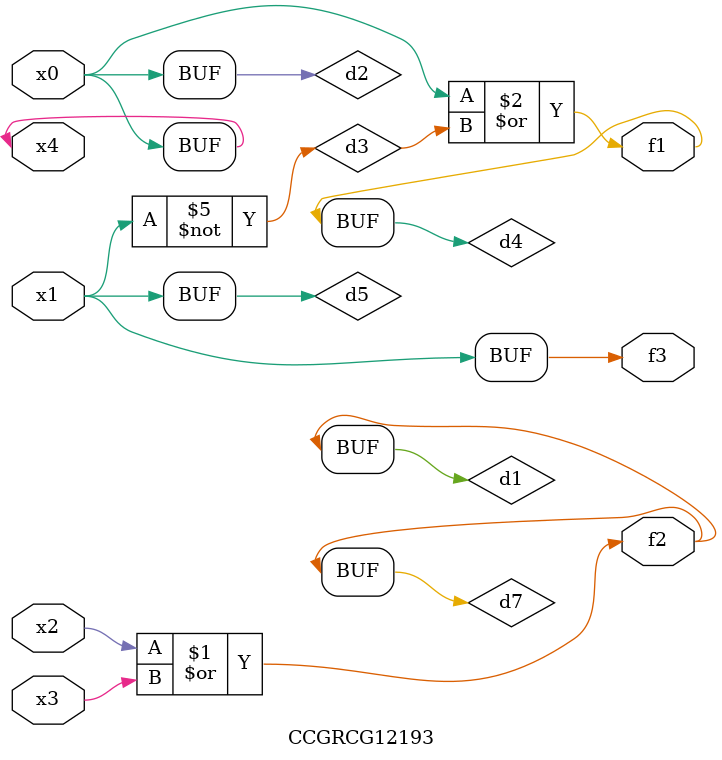
<source format=v>
module CCGRCG12193(
	input x0, x1, x2, x3, x4,
	output f1, f2, f3
);

	wire d1, d2, d3, d4, d5, d6, d7;

	or (d1, x2, x3);
	buf (d2, x0, x4);
	not (d3, x1);
	or (d4, d2, d3);
	not (d5, d3);
	nand (d6, d1, d3);
	or (d7, d1);
	assign f1 = d4;
	assign f2 = d7;
	assign f3 = d5;
endmodule

</source>
